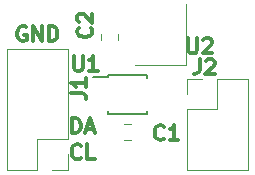
<source format=gto>
G04 #@! TF.GenerationSoftware,KiCad,Pcbnew,(5.1.5)-3*
G04 #@! TF.CreationDate,2021-01-09T16:02:40-05:00*
G04 #@! TF.ProjectId,I2C-VFO3,4932432d-5646-44f3-932e-6b696361645f,rev?*
G04 #@! TF.SameCoordinates,Original*
G04 #@! TF.FileFunction,Legend,Top*
G04 #@! TF.FilePolarity,Positive*
%FSLAX46Y46*%
G04 Gerber Fmt 4.6, Leading zero omitted, Abs format (unit mm)*
G04 Created by KiCad (PCBNEW (5.1.5)-3) date 2021-01-09 16:02:40*
%MOMM*%
%LPD*%
G04 APERTURE LIST*
%ADD10C,0.304800*%
%ADD11C,0.120000*%
%ADD12C,0.150000*%
%ADD13C,0.317500*%
%ADD14C,0.381000*%
G04 APERTURE END LIST*
D10*
X21983095Y-26139623D02*
X21983095Y-24869623D01*
X22285476Y-24869623D01*
X22466904Y-24930100D01*
X22587857Y-25051052D01*
X22648333Y-25172004D01*
X22708809Y-25413909D01*
X22708809Y-25595338D01*
X22648333Y-25837242D01*
X22587857Y-25958195D01*
X22466904Y-26079147D01*
X22285476Y-26139623D01*
X21983095Y-26139623D01*
X23192619Y-25776766D02*
X23797380Y-25776766D01*
X23071666Y-26139623D02*
X23495000Y-24869623D01*
X23918333Y-26139623D01*
X22739047Y-28228471D02*
X22678571Y-28288947D01*
X22497142Y-28349423D01*
X22376190Y-28349423D01*
X22194761Y-28288947D01*
X22073809Y-28167995D01*
X22013333Y-28047042D01*
X21952857Y-27805138D01*
X21952857Y-27623709D01*
X22013333Y-27381804D01*
X22073809Y-27260852D01*
X22194761Y-27139900D01*
X22376190Y-27079423D01*
X22497142Y-27079423D01*
X22678571Y-27139900D01*
X22739047Y-27200376D01*
X23888095Y-28349423D02*
X23283333Y-28349423D01*
X23283333Y-27079423D01*
X18082380Y-17145000D02*
X17961428Y-17084523D01*
X17780000Y-17084523D01*
X17598571Y-17145000D01*
X17477619Y-17265952D01*
X17417142Y-17386904D01*
X17356666Y-17628809D01*
X17356666Y-17810238D01*
X17417142Y-18052142D01*
X17477619Y-18173095D01*
X17598571Y-18294047D01*
X17780000Y-18354523D01*
X17900952Y-18354523D01*
X18082380Y-18294047D01*
X18142857Y-18233571D01*
X18142857Y-17810238D01*
X17900952Y-17810238D01*
X18687142Y-18354523D02*
X18687142Y-17084523D01*
X19412857Y-18354523D01*
X19412857Y-17084523D01*
X20017619Y-18354523D02*
X20017619Y-17084523D01*
X20320000Y-17084523D01*
X20501428Y-17145000D01*
X20622380Y-17265952D01*
X20682857Y-17386904D01*
X20743333Y-17628809D01*
X20743333Y-17810238D01*
X20682857Y-18052142D01*
X20622380Y-18173095D01*
X20501428Y-18294047D01*
X20320000Y-18354523D01*
X20017619Y-18354523D01*
D11*
X21650000Y-18990000D02*
X16450000Y-18990000D01*
X21650000Y-26670000D02*
X21650000Y-18990000D01*
X16450000Y-29270000D02*
X16450000Y-18990000D01*
X21650000Y-26670000D02*
X19050000Y-26670000D01*
X19050000Y-26670000D02*
X19050000Y-29270000D01*
X19050000Y-29270000D02*
X16450000Y-29270000D01*
X21650000Y-27940000D02*
X21650000Y-29270000D01*
X21650000Y-29270000D02*
X20320000Y-29270000D01*
X31690000Y-21530000D02*
X33020000Y-21530000D01*
X31690000Y-22860000D02*
X31690000Y-21530000D01*
X34290000Y-21530000D02*
X36890000Y-21530000D01*
X34290000Y-24130000D02*
X34290000Y-21530000D01*
X31690000Y-24130000D02*
X34290000Y-24130000D01*
X36890000Y-21530000D02*
X36890000Y-29270000D01*
X31690000Y-24130000D02*
X31690000Y-29270000D01*
X31690000Y-29270000D02*
X36890000Y-29270000D01*
D12*
X24995000Y-21185000D02*
X24995000Y-21410000D01*
X28345000Y-21185000D02*
X28345000Y-21485000D01*
X28345000Y-24535000D02*
X28345000Y-24235000D01*
X24995000Y-24535000D02*
X24995000Y-24235000D01*
X24995000Y-21185000D02*
X28345000Y-21185000D01*
X24995000Y-24535000D02*
X28345000Y-24535000D01*
X24995000Y-21410000D02*
X23770000Y-21410000D01*
D11*
X27339000Y-20330000D02*
X31589000Y-20330000D01*
X31589000Y-20330000D02*
X31589000Y-15230000D01*
X24436000Y-18295252D02*
X24436000Y-17772748D01*
X25856000Y-18295252D02*
X25856000Y-17772748D01*
X26408748Y-25325000D02*
X26931252Y-25325000D01*
X26408748Y-26745000D02*
X26931252Y-26745000D01*
D13*
X21910523Y-22775333D02*
X22817666Y-22775333D01*
X22999095Y-22835809D01*
X23120047Y-22956761D01*
X23180523Y-23138190D01*
X23180523Y-23259142D01*
X23180523Y-21505333D02*
X23180523Y-22231047D01*
X23180523Y-21868190D02*
X21910523Y-21868190D01*
X22091952Y-21989142D01*
X22212904Y-22110095D01*
X22273380Y-22231047D01*
D14*
D13*
X32776666Y-19878523D02*
X32776666Y-20785666D01*
X32716190Y-20967095D01*
X32595238Y-21088047D01*
X32413809Y-21148523D01*
X32292857Y-21148523D01*
X33320952Y-19999476D02*
X33381428Y-19939000D01*
X33502380Y-19878523D01*
X33804761Y-19878523D01*
X33925714Y-19939000D01*
X33986190Y-19999476D01*
X34046666Y-20120428D01*
X34046666Y-20241380D01*
X33986190Y-20422809D01*
X33260476Y-21148523D01*
X34046666Y-21148523D01*
D14*
D13*
X22146380Y-19624523D02*
X22146380Y-20652619D01*
X22206857Y-20773571D01*
X22267333Y-20834047D01*
X22388285Y-20894523D01*
X22630190Y-20894523D01*
X22751142Y-20834047D01*
X22811619Y-20773571D01*
X22872095Y-20652619D01*
X22872095Y-19624523D01*
X24142095Y-20894523D02*
X23416380Y-20894523D01*
X23779238Y-20894523D02*
X23779238Y-19624523D01*
X23658285Y-19805952D01*
X23537333Y-19926904D01*
X23416380Y-19987380D01*
D14*
D13*
X31832380Y-18104523D02*
X31832380Y-19132619D01*
X31892857Y-19253571D01*
X31953333Y-19314047D01*
X32074285Y-19374523D01*
X32316190Y-19374523D01*
X32437142Y-19314047D01*
X32497619Y-19253571D01*
X32558095Y-19132619D01*
X32558095Y-18104523D01*
X33102380Y-18225476D02*
X33162857Y-18165000D01*
X33283809Y-18104523D01*
X33586190Y-18104523D01*
X33707142Y-18165000D01*
X33767619Y-18225476D01*
X33828095Y-18346428D01*
X33828095Y-18467380D01*
X33767619Y-18648809D01*
X33041904Y-19374523D01*
X33828095Y-19374523D01*
X23567571Y-17229666D02*
X23628047Y-17290142D01*
X23688523Y-17471571D01*
X23688523Y-17592523D01*
X23628047Y-17773952D01*
X23507095Y-17894904D01*
X23386142Y-17955380D01*
X23144238Y-18015857D01*
X22962809Y-18015857D01*
X22720904Y-17955380D01*
X22599952Y-17894904D01*
X22479000Y-17773952D01*
X22418523Y-17592523D01*
X22418523Y-17471571D01*
X22479000Y-17290142D01*
X22539476Y-17229666D01*
X22539476Y-16745857D02*
X22479000Y-16685380D01*
X22418523Y-16564428D01*
X22418523Y-16262047D01*
X22479000Y-16141095D01*
X22539476Y-16080619D01*
X22660428Y-16020142D01*
X22781380Y-16020142D01*
X22962809Y-16080619D01*
X23688523Y-16806333D01*
X23688523Y-16020142D01*
X29760333Y-26615571D02*
X29699857Y-26676047D01*
X29518428Y-26736523D01*
X29397476Y-26736523D01*
X29216047Y-26676047D01*
X29095095Y-26555095D01*
X29034619Y-26434142D01*
X28974142Y-26192238D01*
X28974142Y-26010809D01*
X29034619Y-25768904D01*
X29095095Y-25647952D01*
X29216047Y-25527000D01*
X29397476Y-25466523D01*
X29518428Y-25466523D01*
X29699857Y-25527000D01*
X29760333Y-25587476D01*
X30969857Y-26736523D02*
X30244142Y-26736523D01*
X30607000Y-26736523D02*
X30607000Y-25466523D01*
X30486047Y-25647952D01*
X30365095Y-25768904D01*
X30244142Y-25829380D01*
M02*

</source>
